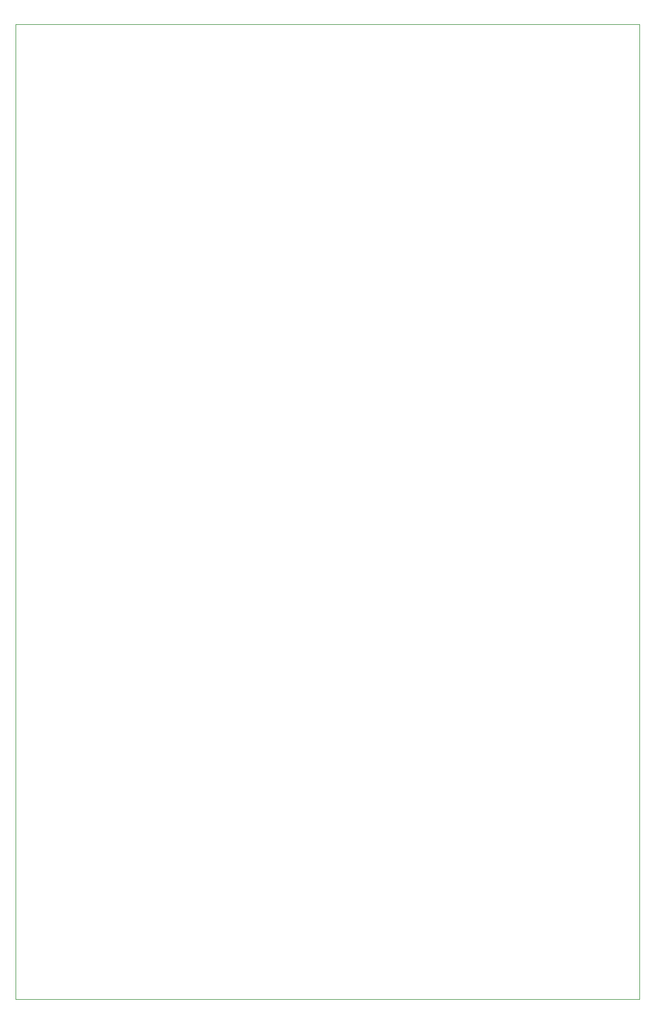
<source format=gm1>
G04 #@! TF.GenerationSoftware,KiCad,Pcbnew,8.0.8*
G04 #@! TF.CreationDate,2025-05-15T13:52:05+02:00*
G04 #@! TF.ProjectId,CdFdR,43644664-522e-46b6-9963-61645f706362,0.1*
G04 #@! TF.SameCoordinates,Original*
G04 #@! TF.FileFunction,Profile,NP*
%FSLAX46Y46*%
G04 Gerber Fmt 4.6, Leading zero omitted, Abs format (unit mm)*
G04 Created by KiCad (PCBNEW 8.0.8) date 2025-05-15 13:52:05*
%MOMM*%
%LPD*%
G01*
G04 APERTURE LIST*
G04 #@! TA.AperFunction,Profile*
%ADD10C,0.050000*%
G04 #@! TD*
G04 APERTURE END LIST*
D10*
X50000000Y-47000000D02*
X141500000Y-47000000D01*
X141500000Y-190000000D01*
X50000000Y-190000000D01*
X50000000Y-47000000D01*
M02*

</source>
